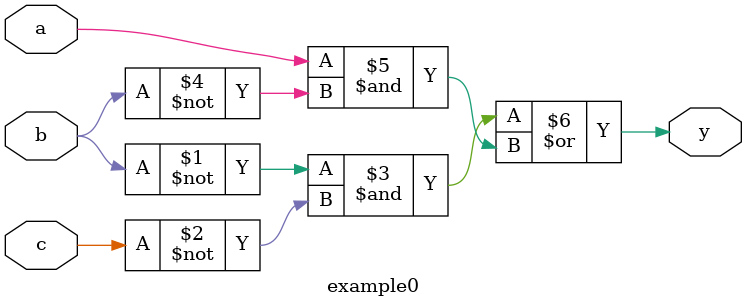
<source format=v>
module example0(input a, b, c,
                output y);

    assign y = (~b&~c)|(a&~b);

endmodule
</source>
